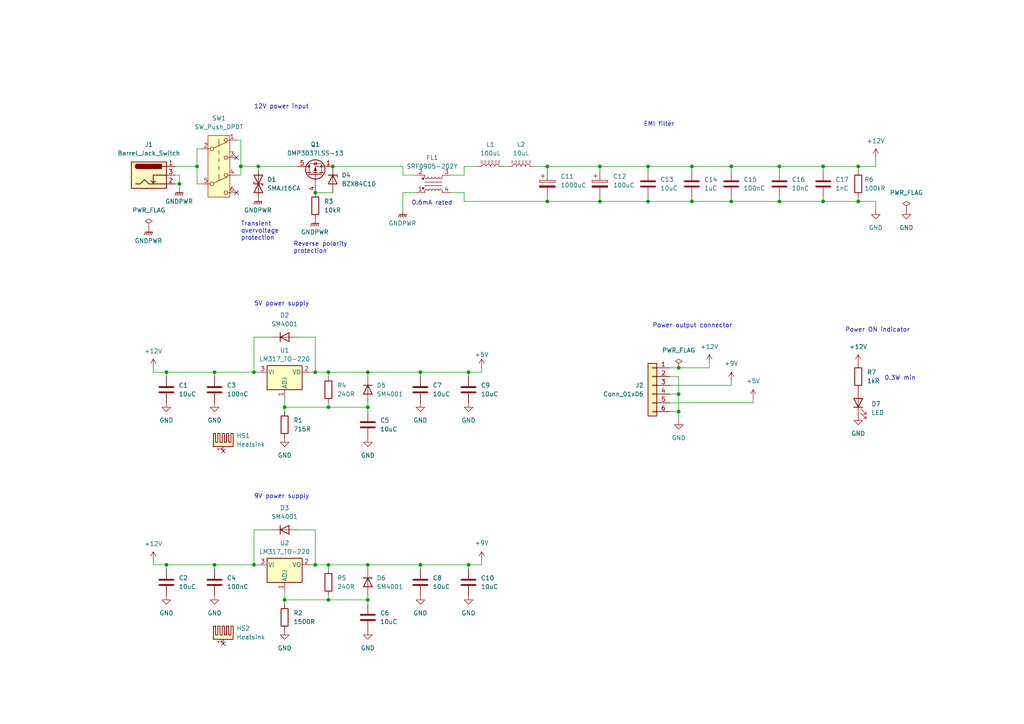
<source format=kicad_sch>
(kicad_sch (version 20230121) (generator eeschema)
  (paper "A4")
  (lib_symbols
    (symbol "Connector:Barrel_Jack_Switch" (pin_names hide)
      (property "Reference" "J" (at 0 5.334 0))
      (property "Value" "Barrel_Jack_Switch" (at 0 -5.08 0))
      (symbol "Barrel_Jack_Switch_0_1"
        (rectangle (start -5.08 3.81) (end 5.08 -3.81) (stroke (width 0.254)) (fill (type background)))
        (arc (start -3.302 3.175) (mid -3.9343 2.54) (end -3.302 1.905) (stroke (width 0.254)))
        (arc (start -3.302 3.175) (mid -3.9343 2.54) (end -3.302 1.905) (stroke (width 0.254)) (fill (type outline)))
        (polyline (pts (xy 1.27 -2.286) (xy 1.905 -1.651)) (stroke (width 0.254)))
        (polyline (pts (xy 5.08 2.54) (xy 3.81 2.54)) (stroke (width 0.254)))
        (polyline (pts (xy 5.08 0) (xy 1.27 0) (xy 1.27 -2.286) (xy 0.635 -1.651)) (stroke (width 0.254)))
        (polyline (pts (xy -3.81 -2.54) (xy -2.54 -2.54) (xy -1.27 -1.27) (xy 0 -2.54) (xy 2.54 -2.54) (xy 5.08 -2.54)) (stroke (width 0.254)))
        (rectangle (start 3.683 3.175) (end -3.302 1.905) (stroke (width 0.254)) (fill (type outline)))
      )
      (symbol "Barrel_Jack_Switch_1_1"
        (pin passive line (at 7.62 2.54 180) (length 2.54) (name "~") (number "1"))
        (pin passive line (at 7.62 -2.54 180) (length 2.54) (name "~") (number "2"))
        (pin passive line (at 7.62 0 180) (length 2.54) (name "~") (number "3"))
      )
    )
    (symbol "Connector_Generic:Conn_01x06" (pin_names (offset 1.016) hide)
      (property "Reference" "J" (at 0 7.62 0))
      (property "Value" "Conn_01x06" (at 0 -10.16 0))
      (symbol "Conn_01x06_1_1"
        (rectangle (start -1.27 -7.493) (end 0 -7.747) (stroke (width 0.1524)))
        (rectangle (start -1.27 -4.953) (end 0 -5.207) (stroke (width 0.1524)))
        (rectangle (start -1.27 -2.413) (end 0 -2.667) (stroke (width 0.1524)))
        (rectangle (start -1.27 0.127) (end 0 -0.127) (stroke (width 0.1524)))
        (rectangle (start -1.27 2.667) (end 0 2.413) (stroke (width 0.1524)))
        (rectangle (start -1.27 5.207) (end 0 4.953) (stroke (width 0.1524)))
        (rectangle (start -1.27 6.35) (end 1.27 -8.89) (stroke (width 0.254)) (fill (type background)))
        (pin passive line (at -5.08 5.08 0) (length 3.81) (name "Pin_1") (number "1"))
        (pin passive line (at -5.08 2.54 0) (length 3.81) (name "Pin_2") (number "2"))
        (pin passive line (at -5.08 0 0) (length 3.81) (name "Pin_3") (number "3"))
        (pin passive line (at -5.08 -2.54 0) (length 3.81) (name "Pin_4") (number "4"))
        (pin passive line (at -5.08 -5.08 0) (length 3.81) (name "Pin_5") (number "5"))
        (pin passive line (at -5.08 -7.62 0) (length 3.81) (name "Pin_6") (number "6"))
      )
    )
    (symbol "Device:C" (pin_numbers hide) (pin_names (offset 0.254))
      (property "Reference" "C" (at 0.635 2.54 0))
      (property "Value" "C" (at 0.635 -2.54 0))
      (symbol "C_0_1"
        (polyline (pts (xy -2.032 -0.762) (xy 2.032 -0.762)) (stroke (width 0.508)))
        (polyline (pts (xy -2.032 0.762) (xy 2.032 0.762)) (stroke (width 0.508)))
      )
      (symbol "C_1_1"
        (pin passive line (at 0 3.81 270) (length 2.794) (name "~") (number "1"))
        (pin passive line (at 0 -3.81 90) (length 2.794) (name "~") (number "2"))
      )
    )
    (symbol "Device:C_Polarized" (pin_numbers hide) (pin_names (offset 0.254))
      (property "Reference" "C" (at 0.635 2.54 0))
      (property "Value" "C_Polarized" (at 0.635 -2.54 0))
      (symbol "C_Polarized_0_1"
        (rectangle (start -2.286 0.508) (end 2.286 1.016))
        (polyline (pts (xy -1.778 2.286) (xy -0.762 2.286)))
        (polyline (pts (xy -1.27 2.794) (xy -1.27 1.778)))
        (rectangle (start 2.286 -0.508) (end -2.286 -1.016) (fill (type outline)))
      )
      (symbol "C_Polarized_1_1"
        (pin passive line (at 0 3.81 270) (length 2.794) (name "~") (number "1"))
        (pin passive line (at 0 -3.81 90) (length 2.794) (name "~") (number "2"))
      )
    )
    (symbol "Device:D_TVS" (pin_numbers hide) (pin_names (offset 1.016) hide)
      (property "Reference" "D" (at 0 2.54 0))
      (property "Value" "D_TVS" (at 0 -2.54 0))
      (symbol "D_TVS_0_1"
        (polyline (pts (xy 1.27 0) (xy -1.27 0)))
        (polyline (pts (xy 0.508 1.27) (xy 0 1.27) (xy 0 -1.27) (xy -0.508 -1.27)) (stroke (width 0.254)))
        (polyline (pts (xy -2.54 1.27) (xy -2.54 -1.27) (xy 2.54 1.27) (xy 2.54 -1.27) (xy -2.54 1.27)) (stroke (width 0.254)))
      )
      (symbol "D_TVS_1_1"
        (pin passive line (at -3.81 0 0) (length 2.54) (name "A1") (number "1"))
        (pin passive line (at 3.81 0 180) (length 2.54) (name "A2") (number "2"))
      )
    )
    (symbol "Device:Filter_EMI_LL_1423" (pin_names hide)
      (property "Reference" "FL" (at 0 4.445 0))
      (property "Value" "Filter_EMI_LL_1423" (at 0 -4.445 0))
      (symbol "Filter_EMI_LL_1423_0_1"
        (circle (center -3.048 -1.27) (radius 0.254) (fill (type outline)))
        (circle (center -3.048 1.524) (radius 0.254) (fill (type outline)))
        (arc (start -2.54 2.032) (mid -2.032 1.5262) (end -1.524 2.032))
        (arc (start -1.524 -2.032) (mid -2.032 -1.5262) (end -2.54 -2.032))
        (arc (start -1.524 2.032) (mid -1.016 1.5262) (end -0.508 2.032))
        (arc (start -0.508 -2.032) (mid -1.016 -1.5262) (end -1.524 -2.032))
        (arc (start -0.508 2.032) (mid 0 1.5262) (end 0.508 2.032))
        (polyline (pts (xy -2.54 -2.032) (xy -2.54 -2.54)))
        (polyline (pts (xy -2.54 0.508) (xy 2.54 0.508)))
        (polyline (pts (xy -2.54 2.032) (xy -2.54 2.54)))
        (polyline (pts (xy 2.54 -2.032) (xy 2.54 -2.54)))
        (polyline (pts (xy 2.54 -0.508) (xy -2.54 -0.508)))
        (polyline (pts (xy 2.54 2.54) (xy 2.54 2.032)))
        (arc (start 0.508 -2.032) (mid 0 -1.5262) (end -0.508 -2.032))
        (arc (start 0.508 2.032) (mid 1.016 1.5262) (end 1.524 2.032))
        (arc (start 1.524 -2.032) (mid 1.016 -1.5262) (end 0.508 -2.032))
        (arc (start 1.524 2.032) (mid 2.032 1.5262) (end 2.54 2.032))
        (arc (start 2.54 -2.032) (mid 2.032 -1.5262) (end 1.524 -2.032))
      )
      (symbol "Filter_EMI_LL_1423_1_1"
        (pin passive line (at -5.08 -2.54 0) (length 2.54) (name "1") (number "1"))
        (pin passive line (at -5.08 2.54 0) (length 2.54) (name "2") (number "2"))
        (pin passive line (at 5.08 2.54 180) (length 2.54) (name "3") (number "3"))
        (pin passive line (at 5.08 -2.54 180) (length 2.54) (name "4") (number "4"))
      )
    )
    (symbol "Device:LED" (pin_numbers hide) (pin_names (offset 1.016) hide)
      (property "Reference" "D" (at 0 2.54 0))
      (property "Value" "LED" (at 0 -2.54 0))
      (symbol "LED_0_1"
        (polyline (pts (xy -1.27 -1.27) (xy -1.27 1.27)) (stroke (width 0.254)))
        (polyline (pts (xy -1.27 0) (xy 1.27 0)))
        (polyline (pts (xy 1.27 -1.27) (xy 1.27 1.27) (xy -1.27 0) (xy 1.27 -1.27)) (stroke (width 0.254)))
        (polyline (pts (xy -3.048 -0.762) (xy -4.572 -2.286) (xy -3.81 -2.286) (xy -4.572 -2.286) (xy -4.572 -1.524)))
        (polyline (pts (xy -1.778 -0.762) (xy -3.302 -2.286) (xy -2.54 -2.286) (xy -3.302 -2.286) (xy -3.302 -1.524)))
      )
      (symbol "LED_1_1"
        (pin passive line (at -3.81 0 0) (length 2.54) (name "K") (number "1"))
        (pin passive line (at 3.81 0 180) (length 2.54) (name "A") (number "2"))
      )
    )
    (symbol "Device:L_Ferrite" (pin_numbers hide) (pin_names (offset 1.016) hide)
      (property "Reference" "L" (at -1.27 0 90))
      (property "Value" "L_Ferrite" (at 2.794 0 90))
      (symbol "L_Ferrite_0_1"
        (arc (start 0 -2.54) (mid 0.6323 -1.905) (end 0 -1.27))
        (arc (start 0 -1.27) (mid 0.6323 -0.635) (end 0 0))
        (polyline (pts (xy 1.016 -2.794) (xy 1.016 -2.286)))
        (polyline (pts (xy 1.016 -1.778) (xy 1.016 -1.27)))
        (polyline (pts (xy 1.016 -0.762) (xy 1.016 -0.254)))
        (polyline (pts (xy 1.016 0.254) (xy 1.016 0.762)))
        (polyline (pts (xy 1.016 1.27) (xy 1.016 1.778)))
        (polyline (pts (xy 1.016 2.286) (xy 1.016 2.794)))
        (polyline (pts (xy 1.524 -2.286) (xy 1.524 -2.794)))
        (polyline (pts (xy 1.524 -1.27) (xy 1.524 -1.778)))
        (polyline (pts (xy 1.524 -0.254) (xy 1.524 -0.762)))
        (polyline (pts (xy 1.524 0.762) (xy 1.524 0.254)))
        (polyline (pts (xy 1.524 1.778) (xy 1.524 1.27)))
        (polyline (pts (xy 1.524 2.794) (xy 1.524 2.286)))
        (arc (start 0 0) (mid 0.6323 0.635) (end 0 1.27))
        (arc (start 0 1.27) (mid 0.6323 1.905) (end 0 2.54))
      )
      (symbol "L_Ferrite_1_1"
        (pin passive line (at 0 3.81 270) (length 1.27) (name "1") (number "1"))
        (pin passive line (at 0 -3.81 90) (length 1.27) (name "2") (number "2"))
      )
    )
    (symbol "Device:R" (pin_numbers hide) (pin_names (offset 0))
      (property "Reference" "R" (at 2.032 0 90))
      (property "Value" "R" (at 0 0 90))
      (symbol "R_0_1"
        (rectangle (start -1.016 -2.54) (end 1.016 2.54) (stroke (width 0.254)))
      )
      (symbol "R_1_1"
        (pin passive line (at 0 3.81 270) (length 1.27) (name "~") (number "1"))
        (pin passive line (at 0 -3.81 90) (length 1.27) (name "~") (number "2"))
      )
    )
    (symbol "Diode:BZX84Cxx" (pin_numbers hide) (pin_names hide)
      (property "Reference" "D" (at 0 3.81 0))
      (property "Value" "BZX84Cxx" (at 0 -3.81 0))
      (symbol "BZX84Cxx_0_1"
        (polyline (pts (xy 1.27 0) (xy -1.27 0)))
        (polyline (pts (xy -1.27 -1.27) (xy -1.27 1.27) (xy -0.762 1.27)) (stroke (width 0.254)))
        (polyline (pts (xy 1.27 -1.27) (xy 1.27 1.27) (xy -1.27 0) (xy 1.27 -1.27)) (stroke (width 0.254)))
      )
      (symbol "BZX84Cxx_1_1"
        (pin passive line (at 3.81 0 180) (length 2.54) (name "A") (number "1"))
        (pin no_connect line (at 1.27 0 180) (length 2.54) hide (name "NC") (number "2"))
        (pin passive line (at -3.81 0 0) (length 2.54) (name "K") (number "3"))
      )
    )
    (symbol "Diode:SM4001" (pin_numbers hide) (pin_names hide)
      (property "Reference" "D" (at 0 2.54 0))
      (property "Value" "SM4001" (at 0 -2.54 0))
      (symbol "SM4001_0_1"
        (polyline (pts (xy -1.27 1.27) (xy -1.27 -1.27)) (stroke (width 0.254)))
        (polyline (pts (xy 1.27 0) (xy -1.27 0)))
        (polyline (pts (xy 1.27 1.27) (xy 1.27 -1.27) (xy -1.27 0) (xy 1.27 1.27)) (stroke (width 0.254)))
      )
      (symbol "SM4001_1_1"
        (pin passive line (at -3.81 0 0) (length 2.54) (name "K") (number "1"))
        (pin passive line (at 3.81 0 180) (length 2.54) (name "A") (number "2"))
      )
    )
    (symbol "IRF7404_1" (pin_names hide)
      (property "Reference" "Q" (at 5.08 1.905 0))
      (property "Value" "IRF7404" (at 5.08 0 0))
      (symbol "IRF7404_1_0_1"
        (polyline (pts (xy 0.254 0) (xy -2.54 0)))
        (polyline (pts (xy 0.254 1.905) (xy 0.254 -1.905)) (stroke (width 0.254)))
        (polyline (pts (xy 0.762 -1.27) (xy 0.762 -2.286)) (stroke (width 0.254)))
        (polyline (pts (xy 0.762 0.508) (xy 0.762 -0.508)) (stroke (width 0.254)))
        (polyline (pts (xy 0.762 2.286) (xy 0.762 1.27)) (stroke (width 0.254)))
        (polyline (pts (xy 2.54 2.54) (xy 2.54 1.778)))
        (polyline (pts (xy 2.54 -2.54) (xy 2.54 0) (xy 0.762 0)))
        (polyline (pts (xy 0.762 1.778) (xy 3.302 1.778) (xy 3.302 -1.778) (xy 0.762 -1.778)))
        (polyline (pts (xy 2.286 0) (xy 1.27 0.381) (xy 1.27 -0.381) (xy 2.286 0)) (fill (type outline)))
        (polyline (pts (xy 2.794 -0.508) (xy 2.921 -0.381) (xy 3.683 -0.381) (xy 3.81 -0.254)))
        (polyline (pts (xy 3.302 -0.381) (xy 2.921 0.254) (xy 3.683 0.254) (xy 3.302 -0.381)))
        (circle (center 1.651 0) (radius 2.794) (stroke (width 0.254)))
        (circle (center 2.54 -1.778) (radius 0.254) (fill (type outline)))
        (circle (center 2.54 1.778) (radius 0.254) (fill (type outline)))
      )
      (symbol "IRF7404_1_1_1"
        (pin passive line (at 2.54 -5.08 90) (length 2.54) (name "S") (number "1"))
        (pin passive line (at 2.54 -5.08 90) (length 2.54) hide (name "S") (number "2"))
        (pin passive line (at 2.54 -5.08 90) (length 2.54) hide (name "S") (number "3"))
        (pin passive line (at -5.08 0 0) (length 2.54) (name "G") (number "4"))
        (pin passive line (at 2.54 5.08 270) (length 2.54) (name "D") (number "5"))
        (pin passive line (at 2.54 5.08 270) (length 2.54) hide (name "D") (number "6"))
        (pin passive line (at 2.54 5.08 270) (length 2.54) hide (name "D") (number "7"))
        (pin passive line (at 2.54 5.08 270) (length 2.54) hide (name "D") (number "8"))
      )
    )
    (symbol "Mechanical:Heatsink_Pad" (pin_names (offset 0))
      (property "Reference" "HS" (at 0 5.715 0))
      (property "Value" "Heatsink_Pad" (at 0 3.81 0))
      (symbol "Heatsink_Pad_0_1"
        (polyline (pts (xy -0.3302 0) (xy -0.9652 0) (xy -0.9652 2.54) (xy -1.6002 2.54) (xy -1.6002 0) (xy -2.2352 0) (xy -2.2352 2.54) (xy -2.8702 2.54) (xy -2.8702 -1.27) (xy -0.9652 -1.27)) (stroke (width 0.254)) (fill (type background)))
        (polyline (pts (xy -0.3302 0) (xy -0.3302 2.54) (xy 0.3048 2.54) (xy 0.3048 0) (xy 0.9398 0) (xy 0.9398 2.54) (xy 1.5748 2.54) (xy 1.5748 0) (xy 2.2098 0) (xy 2.2098 2.54) (xy 2.8448 2.54) (xy 2.8448 -1.27) (xy -0.9652 -1.27)) (stroke (width 0.254)) (fill (type background)))
      )
      (symbol "Heatsink_Pad_1_1"
        (pin passive line (at 0 -2.54 90) (length 1.27) (name "~") (number "1"))
      )
    )
    (symbol "Regulator_Linear:LM317_TO-220" (pin_names (offset 0.254))
      (property "Reference" "U" (at -3.81 3.175 0))
      (property "Value" "LM317_TO-220" (at 0 3.175 0))
      (symbol "LM317_TO-220_0_1"
        (rectangle (start -5.08 1.905) (end 5.08 -5.08) (stroke (width 0.254)) (fill (type background)))
      )
      (symbol "LM317_TO-220_1_1"
        (pin input line (at 0 -7.62 90) (length 2.54) (name "ADJ") (number "1"))
        (pin power_out line (at 7.62 0 180) (length 2.54) (name "VO") (number "2"))
        (pin power_in line (at -7.62 0 0) (length 2.54) (name "VI") (number "3"))
      )
    )
    (symbol "SW_Push_DPDT_1" (pin_names (offset 0) hide)
      (property "Reference" "SW" (at 0 10.16 0))
      (property "Value" "SW_Push_DPDT" (at 0 -10.16 0))
      (symbol "SW_Push_DPDT_1_0_0"
        (circle (center -2.032 -5.08) (radius 0.508))
        (circle (center -2.032 5.08) (radius 0.508))
        (circle (center 2.032 -7.62) (radius 0.508))
        (circle (center 2.032 2.54) (radius 0.508))
      )
      (symbol "SW_Push_DPDT_1_0_1"
        (polyline (pts (xy -1.524 -4.826) (xy 2.3368 -3.0988)))
        (polyline (pts (xy -1.524 5.334) (xy 2.3368 7.0612)))
        (polyline (pts (xy 0 -2.286) (xy 0 -4.064)))
        (polyline (pts (xy 0 -1.016) (xy 0 0)))
        (polyline (pts (xy 0 1.27) (xy 0 2.286)))
        (polyline (pts (xy 0 3.556) (xy 0 4.572)))
        (polyline (pts (xy 0 7.874) (xy 0 6.096)))
        (circle (center 2.032 -2.54) (radius 0.508))
        (circle (center 2.032 7.62) (radius 0.508))
      )
      (symbol "SW_Push_DPDT_1_1_1"
        (rectangle (start -3.175 8.89) (end 3.175 -8.89) (fill (type background)))
        (pin passive line (at 5.08 7.62 180) (length 2.54) (name "A") (number "1"))
        (pin passive line (at -5.08 5.08 0) (length 2.54) (name "B") (number "2"))
        (pin passive line (at 5.08 2.54 180) (length 2.54) (name "C") (number "3"))
        (pin passive line (at 5.08 -2.54 180) (length 2.54) (name "A") (number "4"))
        (pin passive line (at -5.08 -5.08 0) (length 2.54) (name "B") (number "5"))
        (pin passive line (at 5.08 -7.62 180) (length 2.54) (name "C") (number "6"))
      )
    )
    (symbol "power:+12V" (power) (pin_names (offset 0))
      (property "Value" "+12V" (at 0 3.556 0))
      (symbol "+12V_0_1"
        (polyline (pts (xy -0.762 1.27) (xy 0 2.54)))
        (polyline (pts (xy 0 0) (xy 0 2.54)))
        (polyline (pts (xy 0 2.54) (xy 0.762 1.27)))
      )
      (symbol "+12V_1_1"
        (pin power_in line (at 0 0 90) (length 0) hide (name "+12V") (number "1"))
      )
    )
    (symbol "power:+5V" (power) (pin_names (offset 0))
      (property "Value" "+5V" (at 0 3.556 0))
      (symbol "+5V_0_1"
        (polyline (pts (xy -0.762 1.27) (xy 0 2.54)))
        (polyline (pts (xy 0 0) (xy 0 2.54)))
        (polyline (pts (xy 0 2.54) (xy 0.762 1.27)))
      )
      (symbol "+5V_1_1"
        (pin power_in line (at 0 0 90) (length 0) hide (name "+5V") (number "1"))
      )
    )
    (symbol "power:+9V" (power) (pin_names (offset 0))
      (property "Value" "+9V" (at 0 3.556 0))
      (symbol "+9V_0_1"
        (polyline (pts (xy -0.762 1.27) (xy 0 2.54)))
        (polyline (pts (xy 0 0) (xy 0 2.54)))
        (polyline (pts (xy 0 2.54) (xy 0.762 1.27)))
      )
      (symbol "+9V_1_1"
        (pin power_in line (at 0 0 90) (length 0) hide (name "+9V") (number "1"))
      )
    )
    (symbol "power:GND" (power) (pin_names (offset 0))
      (property "Value" "GND" (at 0 -3.81 0))
      (symbol "GND_0_1"
        (polyline (pts (xy 0 0) (xy 0 -1.27) (xy 1.27 -1.27) (xy 0 -2.54) (xy -1.27 -1.27) (xy 0 -1.27)))
      )
      (symbol "GND_1_1"
        (pin power_in line (at 0 0 270) (length 0) hide (name "GND") (number "1"))
      )
    )
    (symbol "power:GNDPWR" (power) (pin_names (offset 0))
      (property "Value" "GNDPWR" (at 0 -3.302 0))
      (symbol "GNDPWR_0_1"
        (polyline (pts (xy 0 -1.27) (xy 0 0)))
        (polyline (pts (xy -1.016 -1.27) (xy -1.27 -2.032) (xy -1.27 -2.032)) (stroke (width 0.2032)))
        (polyline (pts (xy -0.508 -1.27) (xy -0.762 -2.032) (xy -0.762 -2.032)) (stroke (width 0.2032)))
        (polyline (pts (xy 0 -1.27) (xy -0.254 -2.032) (xy -0.254 -2.032)) (stroke (width 0.2032)))
        (polyline (pts (xy 0.508 -1.27) (xy 0.254 -2.032) (xy 0.254 -2.032)) (stroke (width 0.2032)))
        (polyline (pts (xy 1.016 -1.27) (xy -1.016 -1.27) (xy -1.016 -1.27)) (stroke (width 0.2032)))
        (polyline (pts (xy 1.016 -1.27) (xy 0.762 -2.032) (xy 0.762 -2.032) (xy 0.762 -2.032)) (stroke (width 0.2032)))
      )
      (symbol "GNDPWR_1_1"
        (pin power_in line (at 0 0 270) (length 0) hide (name "GNDPWR") (number "1"))
      )
    )
    (symbol "power:PWR_FLAG" (power) (pin_numbers hide) (pin_names (offset 0) hide)
      (property "Value" "PWR_FLAG" (at 0 3.81 0))
      (symbol "PWR_FLAG_0_0"
        (pin power_out line (at 0 0 90) (length 0) (name "pwr") (number "1"))
      )
      (symbol "PWR_FLAG_0_1"
        (polyline (pts (xy 0 0) (xy 0 1.27) (xy -1.016 1.905) (xy 0 2.54) (xy 1.016 1.905) (xy 0 1.27)))
      )
    )
  )
  (junction (at 73.66 163.83))
  (junction (at 82.55 118.11))
  (junction (at 187.96 58.42))
  (junction (at 106.68 107.95))
  (junction (at 74.93 48.26))
  (junction (at 158.75 58.42))
  (junction (at 96.52 48.26))
  (junction (at 238.76 48.26))
  (junction (at 48.26 163.83))
  (junction (at 62.23 163.83))
  (junction (at 91.44 55.88))
  (junction (at 200.66 58.42))
  (junction (at 212.09 58.42))
  (junction (at 212.09 48.26))
  (junction (at 91.44 107.95))
  (junction (at 200.66 48.26))
  (junction (at 173.99 58.42))
  (junction (at 73.66 107.95))
  (junction (at 226.06 58.42))
  (junction (at 52.07 53.34))
  (junction (at 187.96 48.26))
  (junction (at 196.85 106.68))
  (junction (at 95.25 173.99))
  (junction (at 121.92 107.95))
  (junction (at 226.06 48.26))
  (junction (at 106.68 173.99))
  (junction (at 57.15 48.26))
  (junction (at 135.89 163.83))
  (junction (at 238.76 58.42))
  (junction (at 95.25 107.95))
  (junction (at 196.85 119.38))
  (junction (at 121.92 163.83))
  (junction (at 106.68 118.11))
  (junction (at 95.25 163.83))
  (junction (at 82.55 173.99))
  (junction (at 91.44 163.83))
  (junction (at 62.23 107.95))
  (junction (at 158.75 48.26))
  (junction (at 196.85 114.3))
  (junction (at 248.92 58.42))
  (junction (at 95.25 118.11))
  (junction (at 173.99 48.26))
  (junction (at 69.85 48.26))
  (junction (at 48.26 107.95))
  (junction (at 106.68 163.83))
  (junction (at 248.92 48.26))
  (junction (at 135.89 107.95))
  (no_connect (at 64.77 186.69))
  (no_connect (at 68.58 55.88))
  (no_connect (at 64.77 130.81))
  (no_connect (at 68.58 45.72))
  (wire (pts (xy 86.36 97.79) (xy 91.44 97.79)))
  (wire (pts (xy 69.85 50.8) (xy 69.85 48.26)))
  (wire (pts (xy 158.75 48.26) (xy 158.75 49.53)))
  (wire (pts (xy 212.09 111.76) (xy 212.09 110.49)))
  (wire (pts (xy 121.92 163.83) (xy 121.92 165.1)))
  (wire (pts (xy 74.93 49.53) (xy 74.93 48.26)))
  (wire (pts (xy 78.74 153.67) (xy 73.66 153.67)))
  (wire (pts (xy 68.58 50.8) (xy 69.85 50.8)))
  (wire (pts (xy 90.17 107.95) (xy 91.44 107.95)))
  (wire (pts (xy 158.75 48.26) (xy 173.99 48.26)))
  (wire (pts (xy 212.09 58.42) (xy 200.66 58.42)))
  (wire (pts (xy 130.81 55.88) (xy 134.62 55.88)))
  (wire (pts (xy 95.25 173.99) (xy 82.55 173.99)))
  (wire (pts (xy 238.76 57.15) (xy 238.76 58.42)))
  (wire (pts (xy 91.44 97.79) (xy 91.44 107.95)))
  (wire (pts (xy 82.55 175.26) (xy 82.55 173.99)))
  (wire (pts (xy 91.44 163.83) (xy 95.25 163.83)))
  (wire (pts (xy 116.84 55.88) (xy 120.65 55.88)))
  (wire (pts (xy 134.62 48.26) (xy 138.43 48.26)))
  (wire (pts (xy 173.99 58.42) (xy 187.96 58.42)))
  (wire (pts (xy 73.66 163.83) (xy 74.93 163.83)))
  (wire (pts (xy 212.09 48.26) (xy 226.06 48.26)))
  (wire (pts (xy 135.89 107.95) (xy 139.7 107.95)))
  (wire (pts (xy 52.07 50.8) (xy 52.07 53.34)))
  (wire (pts (xy 194.31 114.3) (xy 196.85 114.3)))
  (wire (pts (xy 205.74 106.68) (xy 205.74 105.41)))
  (wire (pts (xy 212.09 57.15) (xy 212.09 58.42)))
  (wire (pts (xy 50.8 48.26) (xy 57.15 48.26)))
  (wire (pts (xy 62.23 163.83) (xy 62.23 165.1)))
  (wire (pts (xy 95.25 163.83) (xy 95.25 165.1)))
  (wire (pts (xy 44.45 107.95) (xy 48.26 107.95)))
  (wire (pts (xy 200.66 58.42) (xy 187.96 58.42)))
  (wire (pts (xy 96.52 48.26) (xy 116.84 48.26)))
  (wire (pts (xy 95.25 163.83) (xy 106.68 163.83)))
  (wire (pts (xy 82.55 118.11) (xy 82.55 115.57)))
  (wire (pts (xy 57.15 48.26) (xy 57.15 53.34)))
  (wire (pts (xy 74.93 48.26) (xy 86.36 48.26)))
  (wire (pts (xy 50.8 50.8) (xy 52.07 50.8)))
  (wire (pts (xy 52.07 53.34) (xy 52.07 54.61)))
  (wire (pts (xy 62.23 107.95) (xy 73.66 107.95)))
  (wire (pts (xy 196.85 119.38) (xy 196.85 121.92)))
  (wire (pts (xy 48.26 163.83) (xy 48.26 165.1)))
  (wire (pts (xy 173.99 48.26) (xy 187.96 48.26)))
  (wire (pts (xy 194.31 109.22) (xy 196.85 109.22)))
  (wire (pts (xy 196.85 106.68) (xy 205.74 106.68)))
  (wire (pts (xy 187.96 48.26) (xy 187.96 49.53)))
  (wire (pts (xy 57.15 43.18) (xy 57.15 48.26)))
  (wire (pts (xy 95.25 172.72) (xy 95.25 173.99)))
  (wire (pts (xy 158.75 58.42) (xy 173.99 58.42)))
  (wire (pts (xy 106.68 119.38) (xy 106.68 118.11)))
  (wire (pts (xy 254 48.26) (xy 254 45.72)))
  (wire (pts (xy 121.92 107.95) (xy 121.92 109.22)))
  (wire (pts (xy 44.45 162.56) (xy 44.45 163.83)))
  (wire (pts (xy 116.84 50.8) (xy 120.65 50.8)))
  (wire (pts (xy 91.44 107.95) (xy 95.25 107.95)))
  (wire (pts (xy 91.44 153.67) (xy 91.44 163.83)))
  (wire (pts (xy 173.99 48.26) (xy 173.99 49.53)))
  (wire (pts (xy 95.25 116.84) (xy 95.25 118.11)))
  (wire (pts (xy 173.99 58.42) (xy 173.99 57.15)))
  (wire (pts (xy 62.23 107.95) (xy 62.23 109.22)))
  (wire (pts (xy 95.25 118.11) (xy 106.68 118.11)))
  (wire (pts (xy 196.85 109.22) (xy 196.85 114.3)))
  (wire (pts (xy 116.84 48.26) (xy 116.84 50.8)))
  (wire (pts (xy 57.15 53.34) (xy 58.42 53.34)))
  (wire (pts (xy 50.8 53.34) (xy 52.07 53.34)))
  (wire (pts (xy 226.06 48.26) (xy 226.06 49.53)))
  (wire (pts (xy 68.58 40.64) (xy 69.85 40.64)))
  (wire (pts (xy 82.55 173.99) (xy 82.55 171.45)))
  (wire (pts (xy 248.92 57.15) (xy 248.92 58.42)))
  (wire (pts (xy 106.68 107.95) (xy 121.92 107.95)))
  (wire (pts (xy 73.66 107.95) (xy 74.93 107.95)))
  (wire (pts (xy 91.44 55.88) (xy 96.52 55.88)))
  (wire (pts (xy 154.94 48.26) (xy 158.75 48.26)))
  (wire (pts (xy 200.66 57.15) (xy 200.66 58.42)))
  (wire (pts (xy 73.66 97.79) (xy 73.66 107.95)))
  (wire (pts (xy 134.62 58.42) (xy 158.75 58.42)))
  (wire (pts (xy 116.84 60.96) (xy 116.84 55.88)))
  (wire (pts (xy 226.06 58.42) (xy 212.09 58.42)))
  (wire (pts (xy 194.31 116.84) (xy 218.44 116.84)))
  (wire (pts (xy 106.68 116.84) (xy 106.68 118.11)))
  (wire (pts (xy 194.31 119.38) (xy 196.85 119.38)))
  (wire (pts (xy 44.45 106.68) (xy 44.45 107.95)))
  (wire (pts (xy 121.92 163.83) (xy 135.89 163.83)))
  (wire (pts (xy 135.89 163.83) (xy 135.89 165.1)))
  (wire (pts (xy 146.05 48.26) (xy 147.32 48.26)))
  (wire (pts (xy 82.55 118.11) (xy 95.25 118.11)))
  (wire (pts (xy 134.62 50.8) (xy 134.62 48.26)))
  (wire (pts (xy 95.25 107.95) (xy 95.25 109.22)))
  (wire (pts (xy 62.23 163.83) (xy 73.66 163.83)))
  (wire (pts (xy 130.81 50.8) (xy 134.62 50.8)))
  (wire (pts (xy 135.89 163.83) (xy 139.7 163.83)))
  (wire (pts (xy 106.68 175.26) (xy 106.68 173.99)))
  (wire (pts (xy 44.45 163.83) (xy 48.26 163.83)))
  (wire (pts (xy 226.06 58.42) (xy 238.76 58.42)))
  (wire (pts (xy 135.89 107.95) (xy 135.89 109.22)))
  (wire (pts (xy 212.09 48.26) (xy 212.09 49.53)))
  (wire (pts (xy 200.66 48.26) (xy 212.09 48.26)))
  (wire (pts (xy 139.7 162.56) (xy 139.7 163.83)))
  (wire (pts (xy 226.06 57.15) (xy 226.06 58.42)))
  (wire (pts (xy 248.92 58.42) (xy 238.76 58.42)))
  (wire (pts (xy 238.76 48.26) (xy 238.76 49.53)))
  (wire (pts (xy 106.68 163.83) (xy 121.92 163.83)))
  (wire (pts (xy 78.74 97.79) (xy 73.66 97.79)))
  (wire (pts (xy 134.62 55.88) (xy 134.62 58.42)))
  (wire (pts (xy 95.25 173.99) (xy 106.68 173.99)))
  (wire (pts (xy 86.36 153.67) (xy 91.44 153.67)))
  (wire (pts (xy 48.26 107.95) (xy 48.26 109.22)))
  (wire (pts (xy 187.96 48.26) (xy 200.66 48.26)))
  (wire (pts (xy 48.26 163.83) (xy 62.23 163.83)))
  (wire (pts (xy 82.55 119.38) (xy 82.55 118.11)))
  (wire (pts (xy 73.66 153.67) (xy 73.66 163.83)))
  (wire (pts (xy 200.66 48.26) (xy 200.66 49.53)))
  (wire (pts (xy 248.92 48.26) (xy 248.92 49.53)))
  (wire (pts (xy 218.44 116.84) (xy 218.44 115.57)))
  (wire (pts (xy 58.42 43.18) (xy 57.15 43.18)))
  (wire (pts (xy 95.25 107.95) (xy 106.68 107.95)))
  (wire (pts (xy 187.96 57.15) (xy 187.96 58.42)))
  (wire (pts (xy 106.68 163.83) (xy 106.68 165.1)))
  (wire (pts (xy 106.68 107.95) (xy 106.68 109.22)))
  (wire (pts (xy 254 60.96) (xy 254 58.42)))
  (wire (pts (xy 48.26 107.95) (xy 62.23 107.95)))
  (wire (pts (xy 158.75 57.15) (xy 158.75 58.42)))
  (wire (pts (xy 194.31 111.76) (xy 212.09 111.76)))
  (wire (pts (xy 69.85 40.64) (xy 69.85 48.26)))
  (wire (pts (xy 238.76 48.26) (xy 248.92 48.26)))
  (wire (pts (xy 194.31 106.68) (xy 196.85 106.68)))
  (wire (pts (xy 139.7 106.68) (xy 139.7 107.95)))
  (wire (pts (xy 69.85 48.26) (xy 74.93 48.26)))
  (wire (pts (xy 106.68 172.72) (xy 106.68 173.99)))
  (wire (pts (xy 121.92 107.95) (xy 135.89 107.95)))
  (wire (pts (xy 248.92 48.26) (xy 254 48.26)))
  (wire (pts (xy 248.92 58.42) (xy 254 58.42)))
  (wire (pts (xy 90.17 163.83) (xy 91.44 163.83)))
  (wire (pts (xy 196.85 114.3) (xy 196.85 119.38)))
  (wire (pts (xy 226.06 48.26) (xy 238.76 48.26)))
  (text "12V power input" (at 73.66 31.75 0) (effects (font (size 1.27 1.27)) (justify left bottom)))
  (text "5V power supply" (at 73.66 88.9 0) (effects (font (size 1.27 1.27)) (justify left bottom)))
  (text "Power ON indicator" (at 245.11 96.52 0) (effects (font (size 1.27 1.27)) (justify left bottom)))
  (text "Power output connector" (at 189.23 95.25 0) (effects (font (size 1.27 1.27)) (justify left bottom)))
  (text "Reverse polarity\nprotection" (at 85.09 73.66 0) (effects (font (size 1.27 1.27)) (justify left bottom)))
  (text "0.6mA rated" (at 119.38 59.69 0) (effects (font (size 1.27 1.27)) (justify left bottom)))
  (text "0.3W min" (at 256.54 110.49 0) (effects (font (size 1.27 1.27)) (justify left bottom)))
  (text "EMI filter" (at 186.69 36.83 0) (effects (font (size 1.27 1.27)) (justify left bottom)))
  (text "9V power supply" (at 73.66 144.78 0) (effects (font (size 1.27 1.27)) (justify left bottom)))
  (text "Transient\novervoltage\nprotection" (at 69.85 69.85 0) (effects (font (size 1.27 1.27)) (justify left bottom)))
  (symbol (lib_id "power:+12V") (at 44.45 162.56 0) (unit 1)
    (property "Reference" "#PWR03" (effects hide))
    (property "Value" "+12V" (at 44.45 157.734 0))
  )
  (symbol (lib_id "Diode:SM4001") (at 106.68 168.91 270) (unit 1)
    (property "Reference" "D6" (at 109.22 167.64 90) (effects (justify left)))
    (property "Value" "SM4001" (at 109.22 170.18 90) (effects (justify left)))
    (property "Footprint" "Diode_SMD:D_MELF" (effects hide))
    (property "Datasheet" "http://cdn-reichelt.de/documents/datenblatt/A400/SMD1N400%23DIO.pdf" (effects hide))
  )
  (symbol (lib_id "Device:R") (at 95.25 113.03 0) (unit 1)
    (property "Reference" "R4" (at 97.79 111.76 0) (effects (justify left)))
    (property "Value" "240R" (at 97.79 114.3 0) (effects (justify left)))
    (property "Footprint" "Resistor_SMD:R_0805_2012Metric" (effects hide))
  )
  (symbol (lib_id "power:+5V") (at 218.44 115.57 0) (unit 1)
    (property "Reference" "#PWR025" (effects hide))
    (property "Value" "+5V" (at 218.44 110.49 0))
  )
  (symbol (lib_id "power:GND") (at 196.85 121.92 0) (unit 1)
    (property "Reference" "#PWR022" (effects hide))
    (property "Value" "GND" (at 196.85 127 0))
  )
  (symbol (lib_id "Device:R") (at 82.55 123.19 0) (unit 1)
    (property "Reference" "R1" (at 85.09 121.92 0) (effects (justify left)))
    (property "Value" "715R" (at 85.09 124.46 0) (effects (justify left)))
    (property "Footprint" "Resistor_SMD:R_0805_2012Metric" (effects hide))
  )
  (symbol (lib_id "Device:L_Ferrite") (at 151.13 48.26 90) (unit 1)
    (property "Reference" "L2" (at 151.13 41.91 90))
    (property "Value" "10uL" (at 151.13 44.45 90))
    (property "Footprint" "Inductor_SMD:L_Taiyo-Yuden_NR-30xx" (effects hide))
    (property "Datasheet" "https://datasheet.lcsc.com/lcsc/2304140030_Taiyo-Yuden-NR3015T100M_C87168.pdf" (effects hide))
    (property "MPN" "NR3015T100M" (effects hide))
    (property "Status" "OK" (effects hide))
  )
  (symbol (lib_id "Regulator_Linear:LM317_TO-220") (at 82.55 163.83 0) (unit 1)
    (property "Reference" "U2" (at 82.55 157.48 0))
    (property "Value" "LM317_TO-220" (at 82.55 160.02 0))
    (property "Footprint" "Package_TO_SOT_THT:TO-220-3_Vertical" (effects hide))
    (property "Datasheet" "http://www.ti.com/lit/ds/symlink/lm317.pdf" (effects hide))
  )
  (symbol (lib_id "power:GND") (at 135.89 172.72 0) (unit 1)
    (property "Reference" "#PWR019" (effects hide))
    (property "Value" "GND" (at 135.89 177.8 0))
  )
  (symbol (lib_id "power:GNDPWR") (at 52.07 54.61 0) (unit 1)
    (property "Reference" "#PWR06" (effects hide))
    (property "Value" "GNDPWR" (at 51.943 58.42 0))
  )
  (symbol (lib_id "Diode:SM4001") (at 82.55 97.79 0) (unit 1)
    (property "Reference" "D2" (at 82.55 91.44 0))
    (property "Value" "SM4001" (at 82.55 93.98 0))
    (property "Footprint" "Diode_SMD:D_MELF" (effects hide))
    (property "Datasheet" "http://cdn-reichelt.de/documents/datenblatt/A400/SMD1N400%23DIO.pdf" (effects hide))
  )
  (symbol (lib_id "power:GNDPWR") (at 74.93 57.15 0) (unit 1)
    (property "Reference" "#PWR09" (effects hide))
    (property "Value" "GNDPWR" (at 74.803 60.96 0))
  )
  (symbol (lib_id "power:PWR_FLAG") (at 43.18 66.04 0) (unit 1)
    (property "Reference" "#FLG01" (effects hide))
    (property "Value" "PWR_FLAG" (at 43.18 60.96 0))
  )
  (symbol (lib_id "Device:C") (at 121.92 113.03 0) (unit 1)
    (property "Reference" "C7" (at 125.476 111.76 0) (effects (justify left)))
    (property "Value" "10uC" (at 125.476 114.3 0) (effects (justify left)))
    (property "Footprint" "Capacitor_SMD:C_1206_3216Metric" (effects hide))
    (property "Datasheet" "https://datasheet.lcsc.com/lcsc/2304140030_Samsung-Electro-Mechanics-CL31A106KBHNNNE_C13585.pdf" (effects hide))
    (property "MPN" "CL31A106KBHNNNE" (effects hide))
    (property "Status" "OK" (effects hide))
  )
  (symbol (lib_id "power:GND") (at 82.55 182.88 0) (unit 1)
    (property "Reference" "#PWR011" (effects hide))
    (property "Value" "GND" (at 82.55 187.96 0))
  )
  (symbol (lib_id "power:GND") (at 62.23 172.72 0) (unit 1)
    (property "Reference" "#PWR08" (effects hide))
    (property "Value" "GND" (at 62.23 177.8 0))
  )
  (symbol (lib_id "power:GND") (at 48.26 116.84 0) (unit 1)
    (property "Reference" "#PWR04" (effects hide))
    (property "Value" "GND" (at 48.26 121.92 0))
  )
  (symbol (lib_id "power:GND") (at 262.89 60.96 0) (unit 1)
    (property "Reference" "#PWR030" (effects hide))
    (property "Value" "GND" (at 262.89 66.04 0))
  )
  (symbol (lib_id "power:GND") (at 106.68 182.88 0) (unit 1)
    (property "Reference" "#PWR014" (effects hide))
    (property "Value" "GND" (at 106.68 187.96 0))
  )
  (symbol (lib_id "Connector:Barrel_Jack_Switch") (at 43.18 50.8 0) (unit 1)
    (property "Reference" "J1" (at 43.18 41.91 0))
    (property "Value" "Barrel_Jack_Switch" (at 43.18 44.45 0))
    (property "Footprint" "Connector_BarrelJack:BarrelJack_Horizontal" (effects hide))
    (property "Datasheet" "https://datasheet.lcsc.com/lcsc/2108131730_Korean-Hroparts-Elec-DC-005-20A_C136744.pdf" (effects hide))
    (property "MPN" "DC-005-20A" (effects hide))
    (property "Status" "OK" (effects hide))
  )
  (symbol (lib_id "power:GNDPWR") (at 116.84 60.96 0) (unit 1)
    (property "Reference" "#PWR015" (effects hide))
    (property "Value" "GNDPWR" (at 116.713 64.77 0))
  )
  (symbol (lib_id "Device:D_TVS") (at 74.93 53.34 90) (unit 1)
    (property "Reference" "D1" (at 77.47 52.0699 90) (effects (justify right)))
    (property "Value" "SMAJ16CA" (at 77.47 54.6099 90) (effects (justify right)))
    (property "Footprint" "Diode_SMD:D_SMA" (effects hide))
    (property "Datasheet" "https://datasheet.lcsc.com/lcsc/1809192020_Diodes-Incorporated-SMAJ16CA-13-F_C134960.pdf" (effects hide))
    (property "MPN" "SMAJ16CA-13-F" (effects hide))
    (property "Status" "OK" (effects hide))
  )
  (symbol (lib_id "power:GNDPWR") (at 43.18 66.04 0) (unit 1)
    (property "Reference" "#PWR01" (effects hide))
    (property "Value" "GNDPWR" (at 43.053 69.85 0))
  )
  (symbol (lib_id "power:PWR_FLAG") (at 196.85 106.68 0) (unit 1)
    (property "Reference" "#FLG02" (effects hide))
    (property "Value" "PWR_FLAG" (at 196.85 101.6 0))
  )
  (symbol (lib_id "Device:C") (at 62.23 168.91 0) (unit 1)
    (property "Reference" "C4" (at 65.786 167.64 0) (effects (justify left)))
    (property "Value" "100nC" (at 65.786 170.18 0) (effects (justify left)))
    (property "Footprint" "Capacitor_SMD:C_0805_2012Metric" (effects hide))
  )
  (symbol (lib_id "Connector_Generic:Conn_01x06") (at 189.23 111.76 0) (mirror y) (unit 1)
    (property "Reference" "J2" (at 186.69 111.76 0) (effects (justify left)))
    (property "Value" "Conn_01x06" (at 186.69 114.3 0) (effects (justify left)))
    (property "Footprint" "Connector_PinHeader_2.54mm:PinHeader_1x06_P2.54mm_Horizontal" (effects hide))
    (property "Datasheet" "https://datasheet.lcsc.com/lcsc/2306091006_HCTL-PZ254-1-06-W-8-5_C2894948.pdf" (effects hide))
    (property "MPN" "PZ254-1-06-W-8.5" (effects hide))
    (property "Status" "OK" (effects hide))
  )
  (symbol (lib_name "IRF7404_1") (lib_id "Transistor_FET:IRF7404") (at 91.44 50.8 90) (unit 1)
    (property "Reference" "Q1" (at 91.44 41.91 90))
    (property "Value" "DMP3037LSS-13" (at 91.44 44.45 90))
    (property "Footprint" "Package_SO:SOIC-8_3.9x4.9mm_P1.27mm" (effects hide))
    (property "Datasheet" "https://datasheet.lcsc.com/lcsc/1805251754_Diodes-Incorporated-DMP3037LSS-13_C150501.pdf" (effects hide))
    (property "MPN" "DMP3037LSS-13" (effects hide))
  )
  (symbol (lib_id "Device:C") (at 48.26 113.03 0) (unit 1)
    (property "Reference" "C1" (at 51.816 111.76 0) (effects (justify left)))
    (property "Value" "10uC" (at 51.816 114.3 0) (effects (justify left)))
    (property "Footprint" "Capacitor_SMD:C_1206_3216Metric" (effects hide))
    (property "Datasheet" "https://datasheet.lcsc.com/lcsc/2304140030_Samsung-Electro-Mechanics-CL31A106KBHNNNE_C13585.pdf" (effects hide))
    (property "MPN" "CL31A106KBHNNNE" (effects hide))
    (property "Status" "OK" (effects hide))
  )
  (symbol (lib_id "Diode:SM4001") (at 106.68 113.03 270) (unit 1)
    (property "Reference" "D5" (at 109.22 111.76 90) (effects (justify left)))
    (property "Value" "SM4001" (at 109.22 114.3 90) (effects (justify left)))
    (property "Footprint" "Diode_SMD:D_MELF" (effects hide))
    (property "Datasheet" "http://cdn-reichelt.de/documents/datenblatt/A400/SMD1N400%23DIO.pdf" (effects hide))
  )
  (symbol (lib_id "power:GND") (at 254 60.96 0) (unit 1)
    (property "Reference" "#PWR029" (effects hide))
    (property "Value" "GND" (at 254 66.04 0))
  )
  (symbol (lib_id "power:+12V") (at 248.92 105.41 0) (unit 1)
    (property "Reference" "#PWR026" (effects hide))
    (property "Value" "+12V" (at 248.92 100.584 0))
  )
  (symbol (lib_id "power:+9V") (at 139.7 162.56 0) (unit 1)
    (property "Reference" "#PWR021" (effects hide))
    (property "Value" "+9V" (at 139.7 157.48 0))
  )
  (symbol (lib_id "Device:C_Polarized") (at 173.99 53.34 0) (unit 1)
    (property "Reference" "C12" (at 177.8 51.181 0) (effects (justify left)))
    (property "Value" "100uC" (at 177.8 53.721 0) (effects (justify left)))
    (property "Footprint" "Capacitor_SMD:CP_Elec_6.3x5.4" (effects hide))
  )
  (symbol (lib_id "power:+12V") (at 205.74 105.41 0) (unit 1)
    (property "Reference" "#PWR023" (effects hide))
    (property "Value" "+12V" (at 205.74 100.584 0))
  )
  (symbol (lib_id "Device:C_Polarized") (at 158.75 53.34 0) (unit 1)
    (property "Reference" "C11" (at 162.56 51.181 0) (effects (justify left)))
    (property "Value" "1000uC" (at 162.56 53.721 0) (effects (justify left)))
    (property "Footprint" "Capacitor_SMD:CP_Elec_10x10.5" (effects hide))
    (property "Datasheet" "https://datasheet.lcsc.com/lcsc/2304140030_PANASONIC-EEEFT1C102AP_C178587.pdf" (effects hide))
    (property "MPN" "EEEFT1C102AP" (effects hide))
  )
  (symbol (lib_id "Device:R") (at 95.25 168.91 0) (unit 1)
    (property "Reference" "R5" (at 97.79 167.64 0) (effects (justify left)))
    (property "Value" "240R" (at 97.79 170.18 0) (effects (justify left)))
    (property "Footprint" "Resistor_SMD:R_0805_2012Metric" (effects hide))
  )
  (symbol (lib_id "power:GND") (at 121.92 172.72 0) (unit 1)
    (property "Reference" "#PWR017" (effects hide))
    (property "Value" "GND" (at 121.92 177.8 0))
  )
  (symbol (lib_id "power:+12V") (at 254 45.72 0) (unit 1)
    (property "Reference" "#PWR028" (effects hide))
    (property "Value" "+12V" (at 254 40.894 0))
  )
  (symbol (lib_id "Device:C") (at 62.23 113.03 0) (unit 1)
    (property "Reference" "C3" (at 65.786 111.76 0) (effects (justify left)))
    (property "Value" "100nC" (at 65.786 114.3 0) (effects (justify left)))
    (property "Footprint" "Capacitor_SMD:C_0805_2012Metric" (effects hide))
  )
  (symbol (lib_id "Diode:BZX84Cxx") (at 96.52 52.07 270) (unit 1)
    (property "Reference" "D4" (at 99.06 50.8 90) (effects (justify left)))
    (property "Value" "BZX84C10" (at 99.06 53.34 90) (effects (justify left)))
    (property "Footprint" "Package_TO_SOT_SMD:SOT-23" (effects hide))
    (property "Datasheet" "https://datasheet.lcsc.com/lcsc/2304140030_Diodes-Incorporated-BZX84C10-7-F_C500793.pdf" (effects hide))
    (property "Status" "OK" (effects hide))
    (property "MPN" "BZX84C10-7-F" (effects hide))
  )
  (symbol (lib_id "Device:C") (at 106.68 123.19 0) (unit 1)
    (property "Reference" "C5" (at 110.236 121.92 0) (effects (justify left)))
    (property "Value" "10uC" (at 110.236 124.46 0) (effects (justify left)))
    (property "Footprint" "Capacitor_SMD:C_1206_3216Metric" (effects hide))
    (property "Datasheet" "https://datasheet.lcsc.com/lcsc/2304140030_Samsung-Electro-Mechanics-CL31A106KBHNNNE_C13585.pdf" (effects hide))
    (property "MPN" "CL31A106KBHNNNE" (effects hide))
    (property "Status" "OK" (effects hide))
  )
  (symbol (lib_id "Device:C") (at 187.96 53.34 0) (unit 1)
    (property "Reference" "C13" (at 191.516 52.07 0) (effects (justify left)))
    (property "Value" "10uC" (at 191.516 54.61 0) (effects (justify left)))
    (property "Footprint" "Capacitor_SMD:C_1206_3216Metric" (effects hide))
    (property "Datasheet" "https://datasheet.lcsc.com/lcsc/2304140030_Samsung-Electro-Mechanics-CL31A106KBHNNNE_C13585.pdf" (effects hide))
    (property "MPN" "CL31A106KBHNNNE" (effects hide))
    (property "Status" "OK" (effects hide))
  )
  (symbol (lib_id "power:GND") (at 121.92 116.84 0) (unit 1)
    (property "Reference" "#PWR016" (effects hide))
    (property "Value" "GND" (at 121.92 121.92 0))
  )
  (symbol (lib_id "Device:C") (at 238.76 53.34 0) (unit 1)
    (property "Reference" "C17" (at 242.316 52.07 0) (effects (justify left)))
    (property "Value" "1nC" (at 242.316 54.61 0) (effects (justify left)))
    (property "Footprint" "Capacitor_SMD:C_0805_2012Metric" (effects hide))
  )
  (symbol (lib_name "SW_Push_DPDT_1") (lib_id "Switch:SW_Push_DPDT") (at 63.5 48.26 0) (unit 1)
    (property "Reference" "SW1" (at 63.5 34.29 0))
    (property "Value" "SW_Push_DPDT" (at 63.5 36.83 0))
    (property "Footprint" "Button_Switch_THT_custom:PN22SJNA03QE" (effects hide))
    (property "Datasheet" "https://datasheet.lcsc.com/lcsc/2108301530_G-Switch-PS-22E05_C2848949.pdf" (effects hide))
    (property "MPN" "PS-22E05" (effects hide))
    (property "Status" "OK" (effects hide))
  )
  (symbol (lib_id "power:GND") (at 82.55 127 0) (unit 1)
    (property "Reference" "#PWR010" (effects hide))
    (property "Value" "GND" (at 82.55 132.08 0))
  )
  (symbol (lib_id "Device:LED") (at 248.92 116.84 90) (unit 1)
    (property "Reference" "D7" (at 252.73 117.1574 90) (effects (justify right)))
    (property "Value" "LED" (at 252.73 119.6974 90) (effects (justify right)))
    (property "Footprint" "LED_THT:LED_D5.0mm" (effects hide))
    (property "Datasheet" "https://datasheet.lcsc.com/lcsc/1810271709_Everlight-Elec-333-2SURD-S530-A3_C87271.pdf" (effects hide))
    (property "MPN" "333-2SURD/S530-A3" (effects hide))
    (property "Status" "OK" (effects hide))
  )
  (symbol (lib_id "power:+9V") (at 212.09 110.49 0) (unit 1)
    (property "Reference" "#PWR024" (effects hide))
    (property "Value" "+9V" (at 212.09 105.41 0))
  )
  (symbol (lib_id "power:GND") (at 135.89 116.84 0) (unit 1)
    (property "Reference" "#PWR018" (effects hide))
    (property "Value" "GND" (at 135.89 121.92 0))
  )
  (symbol (lib_id "Device:C") (at 212.09 53.34 0) (unit 1)
    (property "Reference" "C15" (at 215.646 52.07 0) (effects (justify left)))
    (property "Value" "100nC" (at 215.646 54.61 0) (effects (justify left)))
    (property "Footprint" "Capacitor_SMD:C_0805_2012Metric" (effects hide))
  )
  (symbol (lib_id "power:GND") (at 106.68 127 0) (unit 1)
    (property "Reference" "#PWR013" (effects hide))
    (property "Value" "GND" (at 106.68 132.08 0))
  )
  (symbol (lib_id "Device:C") (at 48.26 168.91 0) (unit 1)
    (property "Reference" "C2" (at 51.816 167.64 0) (effects (justify left)))
    (property "Value" "10uC" (at 51.816 170.18 0) (effects (justify left)))
    (property "Footprint" "Capacitor_SMD:C_1206_3216Metric" (effects hide))
    (property "Datasheet" "https://datasheet.lcsc.com/lcsc/2304140030_Samsung-Electro-Mechanics-CL31A106KBHNNNE_C13585.pdf" (effects hide))
    (property "MPN" "CL31A106KBHNNNE" (effects hide))
    (property "Status" "OK" (effects hide))
  )
  (symbol (lib_id "Device:C") (at 106.68 179.07 0) (unit 1)
    (property "Reference" "C6" (at 110.236 177.8 0) (effects (justify left)))
    (property "Value" "10uC" (at 110.236 180.34 0) (effects (justify left)))
    (property "Footprint" "Capacitor_SMD:C_1206_3216Metric" (effects hide))
    (property "Datasheet" "https://datasheet.lcsc.com/lcsc/2304140030_Samsung-Electro-Mechanics-CL31A106KBHNNNE_C13585.pdf" (effects hide))
    (property "MPN" "CL31A106KBHNNNE" (effects hide))
    (property "Status" "OK" (effects hide))
  )
  (symbol (lib_id "Device:R") (at 91.44 59.69 0) (unit 1)
    (property "Reference" "R3" (at 93.98 58.4199 0) (effects (justify left)))
    (property "Value" "10kR" (at 93.98 60.9599 0) (effects (justify left)))
    (property "Footprint" "Resistor_SMD:R_0805_2012Metric" (effects hide))
    (property "Datasheet" "https://datasheet.lcsc.com/lcsc/1810201611_YAGEO-RC0805FR-0710KL_C84376.pdf" (effects hide))
    (property "MPN" "RC0805FR-0710KL" (effects hide))
  )
  (symbol (lib_id "power:GNDPWR") (at 91.44 63.5 0) (unit 1)
    (property "Reference" "#PWR012" (effects hide))
    (property "Value" "GNDPWR" (at 91.313 67.31 0))
  )
  (symbol (lib_id "Diode:SM4001") (at 82.55 153.67 0) (unit 1)
    (property "Reference" "D3" (at 82.55 147.32 0))
    (property "Value" "SM4001" (at 82.55 149.86 0))
    (property "Footprint" "Diode_SMD:D_MELF" (effects hide))
    (property "Datasheet" "http://cdn-reichelt.de/documents/datenblatt/A400/SMD1N400%23DIO.pdf" (effects hide))
  )
  (symbol (lib_id "Device:C") (at 226.06 53.34 0) (unit 1)
    (property "Reference" "C16" (at 229.616 52.07 0) (effects (justify left)))
    (property "Value" "10nC" (at 229.616 54.61 0) (effects (justify left)))
    (property "Footprint" "Capacitor_SMD:C_0805_2012Metric" (effects hide))
  )
  (symbol (lib_id "power:GND") (at 248.92 120.65 0) (unit 1)
    (property "Reference" "#PWR027" (effects hide))
    (property "Value" "GND" (at 248.92 125.73 0))
  )
  (symbol (lib_id "power:GND") (at 62.23 116.84 0) (unit 1)
    (property "Reference" "#PWR07" (effects hide))
    (property "Value" "GND" (at 62.23 121.92 0))
  )
  (symbol (lib_id "Device:C") (at 135.89 168.91 0) (unit 1)
    (property "Reference" "C10" (at 139.446 167.64 0) (effects (justify left)))
    (property "Value" "10uC" (at 139.446 170.18 0) (effects (justify left)))
    (property "Footprint" "Capacitor_SMD:C_1206_3216Metric" (effects hide))
    (property "Datasheet" "https://datasheet.lcsc.com/lcsc/2304140030_Samsung-Electro-Mechanics-CL31A106KBHNNNE_C13585.pdf" (effects hide))
    (property "MPN" "CL31A106KBHNNNE" (effects hide))
    (property "Status" "OK" (effects hide))
  )
  (symbol (lib_id "power:PWR_FLAG") (at 262.89 60.96 0) (unit 1)
    (property "Reference" "#FLG03" (effects hide))
    (property "Value" "PWR_FLAG" (at 262.89 55.88 0))
  )
  (symbol (lib_id "Device:R") (at 248.92 109.22 0) (unit 1)
    (property "Reference" "R7" (at 251.46 107.9499 0) (effects (justify left)))
    (property "Value" "1kR" (at 251.46 110.4899 0) (effects (justify left)))
    (property "Footprint" "Resistor_SMD:R_1210_3225Metric" (effects hide))
  )
  (symbol (lib_id "Device:C") (at 121.92 168.91 0) (unit 1)
    (property "Reference" "C8" (at 125.476 167.64 0) (effects (justify left)))
    (property "Value" "10uC" (at 125.476 170.18 0) (effects (justify left)))
    (property "Footprint" "Capacitor_SMD:C_1206_3216Metric" (effects hide))
    (property "Datasheet" "https://datasheet.lcsc.com/lcsc/2304140030_Samsung-Electro-Mechanics-CL31A106KBHNNNE_C13585.pdf" (effects hide))
    (property "MPN" "CL31A106KBHNNNE" (effects hide))
    (property "Status" "OK" (effects hide))
  )
  (symbol (lib_id "power:+12V") (at 44.45 106.68 0) (unit 1)
    (property "Reference" "#PWR02" (effects hide))
    (property "Value" "+12V" (at 44.45 101.854 0))
  )
  (symbol (lib_id "Mechanical:Heatsink_Pad") (at 64.77 184.15 0) (unit 1)
    (property "Reference" "HS2" (at 68.58 182.245 0) (effects (justify left)))
    (property "Value" "Heatsink" (at 68.58 184.785 0) (effects (justify left)))
    (property "Footprint" "Heatsink:Heatsink_Fischer_SK129-STS_42x25mm_2xDrill2.5mm" (effects hide))
  )
  (symbol (lib_id "Device:R") (at 82.55 179.07 0) (unit 1)
    (property "Reference" "R2" (at 85.09 177.8 0) (effects (justify left)))
    (property "Value" "1500R" (at 85.09 180.34 0) (effects (justify left)))
    (property "Footprint" "Resistor_SMD:R_0805_2012Metric" (effects hide))
  )
  (symbol (lib_id "Device:Filter_EMI_LL_1423") (at 125.73 53.34 0) (unit 1)
    (property "Reference" "FL1" (at 125.349 45.72 0))
    (property "Value" "SRF0905-202Y" (at 125.349 48.26 0))
    (property "Footprint" "Filter:Filter_Bourns_SRF0905_6.0x9.2mm" (effects hide))
    (property "Datasheet" "https://datasheet.lcsc.com/lcsc/2304140030_BOURNS-SRF0905-202Y_C2651160.pdf" (effects hide))
    (property "MPN" "SRF0905-202Y" (effects hide))
  )
  (symbol (lib_id "Device:C") (at 135.89 113.03 0) (unit 1)
    (property "Reference" "C9" (at 139.446 111.76 0) (effects (justify left)))
    (property "Value" "10uC" (at 139.446 114.3 0) (effects (justify left)))
    (property "Footprint" "Capacitor_SMD:C_1206_3216Metric" (effects hide))
    (property "Datasheet" "https://datasheet.lcsc.com/lcsc/2304140030_Samsung-Electro-Mechanics-CL31A106KBHNNNE_C13585.pdf" (effects hide))
    (property "MPN" "CL31A106KBHNNNE" (effects hide))
    (property "Status" "OK" (effects hide))
  )
  (symbol (lib_id "Mechanical:Heatsink_Pad") (at 64.77 128.27 0) (unit 1)
    (property "Reference" "HS1" (at 68.58 126.365 0) (effects (justify left)))
    (property "Value" "Heatsink" (at 68.58 128.905 0) (effects (justify left)))
    (property "Footprint" "Heatsink:Heatsink_Fischer_SK129-STS_42x25mm_2xDrill2.5mm" (effects hide))
  )
  (symbol (lib_id "Device:L_Ferrite") (at 142.24 48.26 90) (unit 1)
    (property "Reference" "L1" (at 142.24 41.91 90))
    (property "Value" "100uL" (at 142.24 44.45 90))
    (property "Footprint" "Inductor_SMD:L_Taiyo-Yuden_NR-60xx" (effects hide))
    (property "Datasheet" "https://datasheet.lcsc.com/lcsc/2108160930_Taiyo-Yuden-NRS6045T101MMGK_C223018.pdf" (effects hide))
    (property "MPN" "NRS6045T101MMGK" (effects hide))
    (property "Status" "OK" (effects hide))
  )
  (symbol (lib_id "power:+5V") (at 139.7 106.68 0) (unit 1)
    (property "Reference" "#PWR020" (effects hide))
    (property "Value" "+5V" (at 139.7 102.87 0))
  )
  (symbol (lib_id "Regulator_Linear:LM317_TO-220") (at 82.55 107.95 0) (unit 1)
    (property "Reference" "U1" (at 82.55 101.6 0))
    (property "Value" "LM317_TO-220" (at 82.55 104.14 0))
    (property "Footprint" "Package_TO_SOT_THT:TO-220-3_Vertical" (effects hide))
    (property "Datasheet" "http://www.ti.com/lit/ds/symlink/lm317.pdf" (effects hide))
  )
  (symbol (lib_id "power:GND") (at 48.26 172.72 0) (unit 1)
    (property "Reference" "#PWR05" (effects hide))
    (property "Value" "GND" (at 48.26 177.8 0))
  )
  (symbol (lib_id "Device:C") (at 200.66 53.34 0) (unit 1)
    (property "Reference" "C14" (at 204.216 52.07 0) (effects (justify left)))
    (property "Value" "1uC" (at 204.216 54.61 0) (effects (justify left)))
    (property "Footprint" "Capacitor_SMD:C_0805_2012Metric" (effects hide))
  )
  (symbol (lib_id "Device:R") (at 248.92 53.34 0) (unit 1)
    (property "Reference" "R6" (at 250.698 52.07 0) (effects (justify left)))
    (property "Value" "100kR" (at 250.698 54.61 0) (effects (justify left)))
    (property "Footprint" "Resistor_SMD:R_0805_2012Metric" (effects hide))
  )
)
</source>
